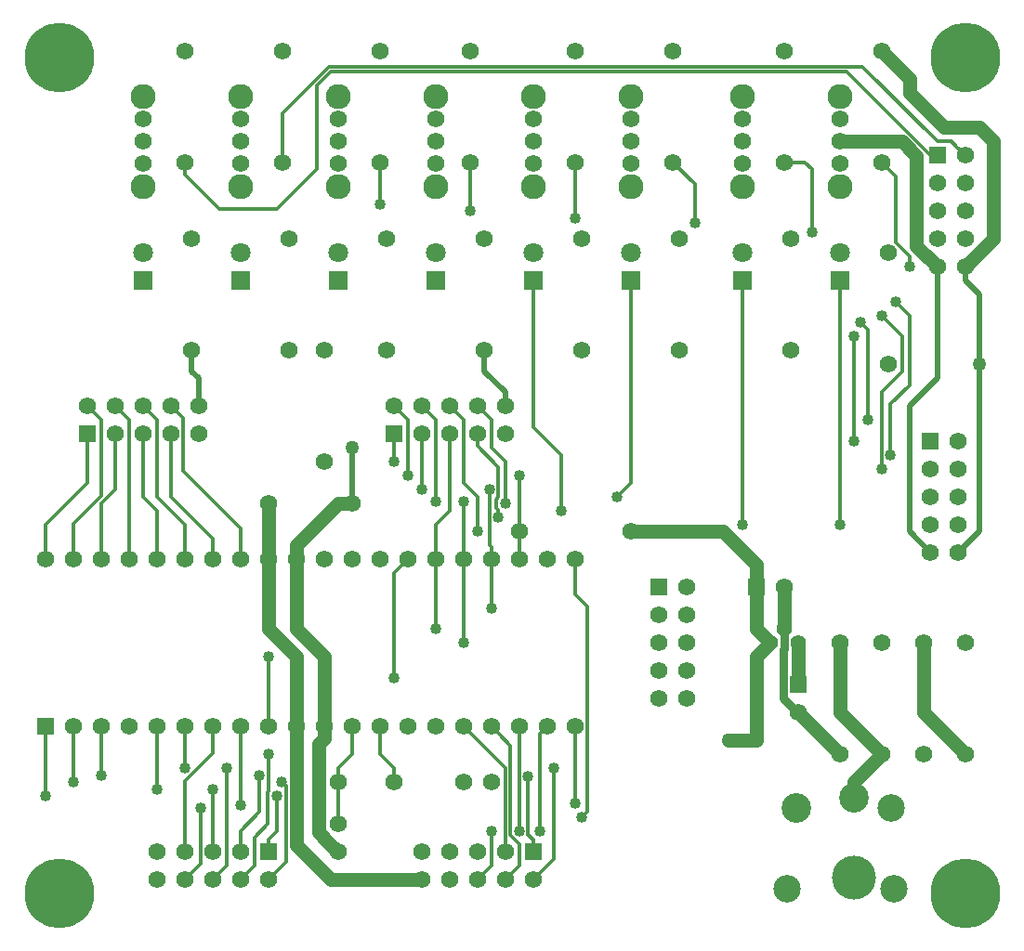
<source format=gbr>
G04 #@! TF.GenerationSoftware,KiCad,Pcbnew,(5.1.2)-2*
G04 #@! TF.CreationDate,2019-07-21T19:38:03-07:00*
G04 #@! TF.ProjectId,300-1002,3330302d-3130-4303-922e-6b696361645f,rev?*
G04 #@! TF.SameCoordinates,Original*
G04 #@! TF.FileFunction,Copper,L2,Bot*
G04 #@! TF.FilePolarity,Positive*
%FSLAX46Y46*%
G04 Gerber Fmt 4.6, Leading zero omitted, Abs format (unit mm)*
G04 Created by KiCad (PCBNEW (5.1.2)-2) date 2019-07-21 19:38:03*
%MOMM*%
%LPD*%
G04 APERTURE LIST*
%ADD10C,1.574800*%
%ADD11C,6.350000*%
%ADD12C,2.500000*%
%ADD13C,4.000000*%
%ADD14C,2.700000*%
%ADD15R,1.574800X1.574800*%
%ADD16R,1.800000X1.800000*%
%ADD17C,1.800000*%
%ADD18C,2.286000*%
%ADD19C,1.397000*%
%ADD20C,1.270000*%
%ADD21C,1.016000*%
%ADD22C,0.304800*%
%ADD23C,1.270000*%
%ADD24C,0.762000*%
%ADD25C,0.508000*%
G04 APERTURE END LIST*
D10*
X115570000Y-83820000D03*
X115570000Y-73660000D03*
X133350000Y-90170000D03*
X143510000Y-90170000D03*
D11*
X91440000Y-123190000D03*
X173990000Y-123190000D03*
X173990000Y-46990000D03*
X91440000Y-46990000D03*
D12*
X167230000Y-115430000D03*
X157730000Y-122730000D03*
X167530000Y-122730000D03*
D13*
X163830000Y-121730000D03*
D14*
X158630000Y-115430000D03*
X163830000Y-114480000D03*
D10*
X116840000Y-116840000D03*
X116840000Y-119380000D03*
X130810000Y-113030000D03*
X128270000Y-113030000D03*
D15*
X158750000Y-104140000D03*
D10*
X158750000Y-106680000D03*
X157480000Y-95250000D03*
D15*
X154940000Y-95250000D03*
D10*
X110490000Y-87630000D03*
X118110000Y-87630000D03*
D16*
X99060000Y-67310000D03*
D17*
X99060000Y-64770000D03*
X107950000Y-64770000D03*
D16*
X107950000Y-67310000D03*
X116840000Y-67310000D03*
D17*
X116840000Y-64770000D03*
X125730000Y-64770000D03*
D16*
X125730000Y-67310000D03*
X134620000Y-67310000D03*
D17*
X134620000Y-64770000D03*
D16*
X143510000Y-67310000D03*
D17*
X143510000Y-64770000D03*
X153670000Y-64770000D03*
D16*
X153670000Y-67310000D03*
D17*
X162560000Y-64770000D03*
D16*
X162560000Y-67310000D03*
D15*
X146050000Y-95250000D03*
D10*
X148590000Y-95250000D03*
X146050000Y-97790000D03*
X148590000Y-97790000D03*
X146050000Y-100330000D03*
X148590000Y-100330000D03*
X146050000Y-102870000D03*
X148590000Y-102870000D03*
X146050000Y-105410000D03*
X148590000Y-105410000D03*
X132080000Y-78740000D03*
X132080000Y-81280000D03*
X129540000Y-78740000D03*
X129540000Y-81280000D03*
X127000000Y-78740000D03*
X127000000Y-81280000D03*
X124460000Y-78740000D03*
X124460000Y-81280000D03*
X121920000Y-78740000D03*
D15*
X121920000Y-81280000D03*
D10*
X104140000Y-78740000D03*
X104140000Y-81280000D03*
X101600000Y-78740000D03*
X101600000Y-81280000D03*
X99060000Y-78740000D03*
X99060000Y-81280000D03*
X96520000Y-78740000D03*
X96520000Y-81280000D03*
X93980000Y-78740000D03*
D15*
X93980000Y-81280000D03*
D10*
X100330000Y-121920000D03*
X100330000Y-119380000D03*
X102870000Y-121920000D03*
X102870000Y-119380000D03*
X105410000Y-121920000D03*
X105410000Y-119380000D03*
X107950000Y-121920000D03*
X107950000Y-119380000D03*
X110490000Y-121920000D03*
D15*
X110490000Y-119380000D03*
X134620000Y-119380000D03*
D10*
X134620000Y-121920000D03*
X132080000Y-119380000D03*
X132080000Y-121920000D03*
X129540000Y-119380000D03*
X129540000Y-121920000D03*
X127000000Y-119380000D03*
X127000000Y-121920000D03*
X124460000Y-119380000D03*
X124460000Y-121920000D03*
D15*
X171450000Y-55880000D03*
D10*
X173990000Y-55880000D03*
X171450000Y-58420000D03*
X173990000Y-58420000D03*
X171450000Y-60960000D03*
X173990000Y-60960000D03*
X171450000Y-63500000D03*
X173990000Y-63500000D03*
X171450000Y-66040000D03*
X173990000Y-66040000D03*
D15*
X170815000Y-81915000D03*
D10*
X173355000Y-81915000D03*
X170815000Y-84455000D03*
X173355000Y-84455000D03*
X170815000Y-86995000D03*
X173355000Y-86995000D03*
X170815000Y-89535000D03*
X173355000Y-89535000D03*
X170815000Y-92075000D03*
X173355000Y-92075000D03*
X102870000Y-56515000D03*
X102870000Y-46355000D03*
X111760000Y-46355000D03*
X111760000Y-56515000D03*
X120650000Y-56515000D03*
X120650000Y-46355000D03*
X128905000Y-46355000D03*
X128905000Y-56515000D03*
X138430000Y-56515000D03*
X138430000Y-46355000D03*
X147320000Y-46355000D03*
X147320000Y-56515000D03*
X157480000Y-56515000D03*
X157480000Y-46355000D03*
X166370000Y-46355000D03*
X166370000Y-56515000D03*
X103505000Y-73660000D03*
X103505000Y-63500000D03*
X112395000Y-63500000D03*
X112395000Y-73660000D03*
X121285000Y-63500000D03*
X121285000Y-73660000D03*
X130175000Y-63500000D03*
X130175000Y-73660000D03*
X139065000Y-63500000D03*
X139065000Y-73660000D03*
X147955000Y-73660000D03*
X147955000Y-63500000D03*
X158115000Y-73660000D03*
X158115000Y-63500000D03*
X167005000Y-74930000D03*
X167005000Y-64770000D03*
X99060000Y-56616600D03*
X99060000Y-54610000D03*
X99060000Y-52603400D03*
D18*
X99060000Y-58724800D03*
X99060000Y-50495200D03*
X107950000Y-50495200D03*
X107950000Y-58724800D03*
D10*
X107950000Y-52603400D03*
X107950000Y-54610000D03*
X107950000Y-56616600D03*
X116840000Y-56616600D03*
X116840000Y-54610000D03*
X116840000Y-52603400D03*
D18*
X116840000Y-58724800D03*
X116840000Y-50495200D03*
X125730000Y-50495200D03*
X125730000Y-58724800D03*
D10*
X125730000Y-52603400D03*
X125730000Y-54610000D03*
X125730000Y-56616600D03*
X134620000Y-56616600D03*
X134620000Y-54610000D03*
X134620000Y-52603400D03*
D18*
X134620000Y-58724800D03*
X134620000Y-50495200D03*
X143510000Y-50495200D03*
X143510000Y-58724800D03*
D10*
X143510000Y-52603400D03*
X143510000Y-54610000D03*
X143510000Y-56616600D03*
X153670000Y-56616600D03*
X153670000Y-54610000D03*
X153670000Y-52603400D03*
D18*
X153670000Y-58724800D03*
X153670000Y-50495200D03*
X162560000Y-50495200D03*
X162560000Y-58724800D03*
D10*
X162560000Y-52603400D03*
X162560000Y-54610000D03*
X162560000Y-56616600D03*
X90170000Y-92710000D03*
D15*
X90170000Y-107950000D03*
D10*
X92710000Y-92710000D03*
X92710000Y-107950000D03*
X95250000Y-92710000D03*
X95250000Y-107950000D03*
X97790000Y-92710000D03*
X97790000Y-107950000D03*
X100330000Y-92710000D03*
X100330000Y-107950000D03*
X102870000Y-92710000D03*
X102870000Y-107950000D03*
X105410000Y-92710000D03*
X105410000Y-107950000D03*
X107950000Y-92710000D03*
X107950000Y-107950000D03*
X110490000Y-92710000D03*
X110490000Y-107950000D03*
X113030000Y-92710000D03*
X113030000Y-107950000D03*
X115570000Y-92710000D03*
X115570000Y-107950000D03*
X118110000Y-92710000D03*
X118110000Y-107950000D03*
X120650000Y-92710000D03*
X120650000Y-107950000D03*
X123190000Y-92710000D03*
X123190000Y-107950000D03*
X125730000Y-92710000D03*
X125730000Y-107950000D03*
X128270000Y-92710000D03*
X128270000Y-107950000D03*
X130810000Y-92710000D03*
X130810000Y-107950000D03*
X133350000Y-92710000D03*
X133350000Y-107950000D03*
X135890000Y-92710000D03*
X135890000Y-107950000D03*
X138430000Y-92710000D03*
X138430000Y-107950000D03*
D19*
X156210000Y-100330000D03*
X157480000Y-99060000D03*
X158750000Y-100330000D03*
D10*
X116840000Y-113030000D03*
X121920000Y-113030000D03*
X166370000Y-100330000D03*
X166370000Y-110490000D03*
X173990000Y-100330000D03*
X173990000Y-110490000D03*
X162560000Y-110490000D03*
X162560000Y-100330000D03*
X170180000Y-110490000D03*
X170180000Y-100330000D03*
D20*
X118110000Y-82550000D03*
X154940000Y-109220000D03*
X152400000Y-109220000D03*
X175260000Y-74930000D03*
D21*
X163830000Y-72390000D03*
X163830000Y-81915000D03*
X164465000Y-71120000D03*
X165100000Y-80010000D03*
X166370000Y-70485000D03*
X166370000Y-84455000D03*
X167640000Y-69215000D03*
X167182810Y-83185000D03*
X137160000Y-88265000D03*
X142240000Y-86995000D03*
X153670000Y-89535000D03*
X162560000Y-89535000D03*
X124460000Y-86360000D03*
X130632190Y-86360000D03*
X130810000Y-97155000D03*
X125730000Y-99060000D03*
X128270000Y-87452190D03*
X125730000Y-87452190D03*
X128270000Y-100330000D03*
X110490000Y-101600000D03*
X129540000Y-90170021D03*
X121920000Y-103505000D03*
X132080000Y-87630000D03*
X131445000Y-88900000D03*
X123190000Y-85090000D03*
X133350000Y-85090000D03*
X121920000Y-83820000D03*
X104317799Y-115392201D03*
X107950000Y-115112810D03*
X106680000Y-111760000D03*
X102870000Y-111760000D03*
X105410000Y-113665000D03*
X100330000Y-113665000D03*
X110490000Y-110490000D03*
X95250000Y-112395000D03*
X109677190Y-112395000D03*
X92710000Y-113030000D03*
X111734590Y-113030000D03*
X90170000Y-114300000D03*
X111277379Y-114300000D03*
X134162810Y-112485979D03*
X136525000Y-111760000D03*
X133350000Y-117475021D03*
X130810000Y-117475000D03*
X135255000Y-117475000D03*
X138430000Y-114935000D03*
X139065000Y-116205000D03*
X120650000Y-60325000D03*
X128905000Y-60985411D03*
X138490044Y-61595021D03*
X149340771Y-62052232D03*
X160020000Y-62865000D03*
X168910000Y-66040000D03*
D22*
X116840000Y-113030000D02*
X116840000Y-111760000D01*
X116840000Y-111760000D02*
X118110000Y-110490000D01*
X118110000Y-110490000D02*
X118110000Y-107950000D01*
X116840000Y-116840000D02*
X116840000Y-113030000D01*
D23*
X157480000Y-95250000D02*
X157480000Y-99060000D01*
D24*
X157962601Y-105892601D02*
X158750000Y-106680000D01*
X157429199Y-105359199D02*
X157962601Y-105892601D01*
X157429199Y-100934015D02*
X157429199Y-105359199D01*
X157480000Y-100883214D02*
X157429199Y-100934015D01*
X157480000Y-99060000D02*
X157480000Y-100883214D01*
D23*
X115570000Y-107950000D02*
X115570000Y-101600000D01*
X113030000Y-99060000D02*
X113030000Y-92710000D01*
X115570000Y-101600000D02*
X113030000Y-99060000D01*
X118110000Y-87630000D02*
X116840000Y-87630000D01*
X113030000Y-91440000D02*
X113030000Y-92710000D01*
X116840000Y-87630000D02*
X113030000Y-91440000D01*
D25*
X118110000Y-87630000D02*
X118110000Y-82550000D01*
X170815000Y-92075000D02*
X168910000Y-90170000D01*
X168910000Y-90170000D02*
X168910000Y-78740000D01*
X168910000Y-78740000D02*
X171450000Y-76200000D01*
X171450000Y-76200000D02*
X171450000Y-66040000D01*
D23*
X116052601Y-118592601D02*
X116840000Y-119380000D01*
X115087409Y-117627409D02*
X116052601Y-118592601D01*
X115570000Y-109063551D02*
X115087409Y-109546142D01*
X115087409Y-109546142D02*
X115087409Y-117627409D01*
X115570000Y-107950000D02*
X115570000Y-109063551D01*
X168215908Y-54610000D02*
X163673551Y-54610000D01*
X163673551Y-54610000D02*
X162560000Y-54610000D01*
X169545000Y-55939092D02*
X168215908Y-54610000D01*
X169545000Y-64135000D02*
X169545000Y-55939092D01*
X171450000Y-66040000D02*
X169545000Y-64135000D01*
X158750000Y-106680000D02*
X162560000Y-110490000D01*
D22*
X121920000Y-113030000D02*
X121920000Y-111760000D01*
X121920000Y-111760000D02*
X120650000Y-110490000D01*
X120650000Y-110490000D02*
X120650000Y-107950000D01*
D23*
X154940000Y-95250000D02*
X154940000Y-99060000D01*
X154940000Y-99060000D02*
X156210000Y-100330000D01*
X154940000Y-101600000D02*
X156210000Y-100330000D01*
X154940000Y-109220000D02*
X154940000Y-101600000D01*
X154940000Y-109220000D02*
X152400000Y-109220000D01*
X110490000Y-99060000D02*
X110490000Y-92710000D01*
X113030000Y-107950000D02*
X113030000Y-101600000D01*
X113030000Y-101600000D02*
X110490000Y-99060000D01*
X110490000Y-92710000D02*
X110490000Y-87630000D01*
D25*
X104140000Y-78740000D02*
X104140000Y-76200000D01*
X103505000Y-75565000D02*
X103505000Y-73660000D01*
X104140000Y-76200000D02*
X103505000Y-75565000D01*
X130175000Y-75565000D02*
X130175000Y-73660000D01*
X132080000Y-78740000D02*
X132080000Y-77470000D01*
X132080000Y-77470000D02*
X130175000Y-75565000D01*
X173990000Y-67310000D02*
X173990000Y-66040000D01*
X175260000Y-68580000D02*
X173990000Y-67310000D01*
X173355000Y-92075000D02*
X175260000Y-90170000D01*
X175260000Y-90170000D02*
X175260000Y-68580000D01*
D23*
X168910000Y-48895000D02*
X166370000Y-46355000D01*
X173990000Y-66040000D02*
X176530000Y-63500000D01*
X176530000Y-54610000D02*
X175260000Y-53340000D01*
X175260000Y-53340000D02*
X172085000Y-53340000D01*
X176530000Y-63500000D02*
X176530000Y-54610000D01*
X172085000Y-53340000D02*
X168910000Y-50165000D01*
X168910000Y-50165000D02*
X168910000Y-48895000D01*
X116205000Y-121920000D02*
X124460000Y-121920000D01*
X113030000Y-107950000D02*
X113030000Y-118745000D01*
X113030000Y-118745000D02*
X116205000Y-121920000D01*
X154940000Y-93192600D02*
X154940000Y-95250000D01*
X151917400Y-90170000D02*
X154940000Y-93192600D01*
X143510000Y-90170000D02*
X151917400Y-90170000D01*
D22*
X163830000Y-72390000D02*
X163830000Y-81915000D01*
X164465000Y-71120000D02*
X165100000Y-71755000D01*
X165100000Y-71755000D02*
X165100000Y-80010000D01*
X166370000Y-70485000D02*
X168275000Y-72390000D01*
X168275000Y-72390000D02*
X168275000Y-75565000D01*
X168275000Y-75565000D02*
X166370000Y-77470000D01*
X166370000Y-77470000D02*
X166370000Y-84455000D01*
X167182810Y-78562190D02*
X167182810Y-82466580D01*
X167640000Y-69215000D02*
X168910000Y-70485000D01*
X167182810Y-82466580D02*
X167182810Y-83185000D01*
X168910000Y-76835000D02*
X167182810Y-78562190D01*
X168910000Y-70485000D02*
X168910000Y-76835000D01*
X134620000Y-67310000D02*
X134620000Y-68514800D01*
X134620000Y-68514800D02*
X134620000Y-80645000D01*
X134620000Y-80645000D02*
X137160000Y-83185000D01*
X137160000Y-83185000D02*
X137160000Y-88265000D01*
X143510000Y-67310000D02*
X143510000Y-85725000D01*
X143510000Y-85725000D02*
X142240000Y-86995000D01*
X153670000Y-67310000D02*
X153670000Y-89535000D01*
X162560000Y-67310000D02*
X162560000Y-89535000D01*
X124460000Y-81280000D02*
X124460000Y-86360000D01*
X130810000Y-92710000D02*
X130810000Y-91596449D01*
X130810000Y-91596449D02*
X130632190Y-91418639D01*
X130632190Y-91418639D02*
X130632190Y-86360000D01*
X130810000Y-97155000D02*
X130810000Y-92710000D01*
X127000000Y-81280000D02*
X127000000Y-88265000D01*
X127000000Y-88265000D02*
X125730000Y-89535000D01*
X125730000Y-89535000D02*
X125730000Y-92710000D01*
X125730000Y-99060000D02*
X125730000Y-92710000D01*
X128270000Y-92710000D02*
X128270000Y-87452190D01*
X125730000Y-80010000D02*
X125730000Y-86733770D01*
X124460000Y-78740000D02*
X125730000Y-80010000D01*
X125730000Y-86733770D02*
X125730000Y-87452190D01*
X128270000Y-100330000D02*
X128270000Y-92710000D01*
X110490000Y-101600000D02*
X110490000Y-107950000D01*
X128270000Y-85725000D02*
X129540000Y-86995000D01*
X129540000Y-89451601D02*
X129540000Y-90170021D01*
X129540000Y-86995000D02*
X129540000Y-89451601D01*
X128270000Y-80010000D02*
X128270000Y-85725000D01*
X127000000Y-78740000D02*
X128270000Y-80010000D01*
X121920000Y-103505000D02*
X121920000Y-93980000D01*
X121920000Y-93980000D02*
X123190000Y-92710000D01*
X129540000Y-78740000D02*
X130327399Y-79527399D01*
X130327399Y-79527399D02*
X130810000Y-80010000D01*
X130810000Y-80010000D02*
X130810000Y-82550000D01*
X132080000Y-83820000D02*
X132080000Y-87630000D01*
X130810000Y-82550000D02*
X132080000Y-83820000D01*
X129540000Y-81280000D02*
X129540000Y-82393551D01*
X131267198Y-88003778D02*
X131445000Y-88181580D01*
X131445000Y-88181580D02*
X131445000Y-88900000D01*
X131445000Y-87062052D02*
X131267198Y-87239854D01*
X131267198Y-87239854D02*
X131267198Y-88003778D01*
X131445000Y-84298551D02*
X131445000Y-87062052D01*
X129540000Y-82393551D02*
X131445000Y-84298551D01*
X121920000Y-78740000D02*
X123190000Y-80010000D01*
X123190000Y-80010000D02*
X123190000Y-85090000D01*
X133350000Y-85090000D02*
X133350000Y-92710000D01*
X133350000Y-90170000D02*
X133350000Y-92710000D01*
X121920000Y-81280000D02*
X121920000Y-83820000D01*
X107950000Y-89890598D02*
X107950000Y-92710000D01*
X102692201Y-84632799D02*
X107950000Y-89890598D01*
X101600000Y-78740000D02*
X102692201Y-79832201D01*
X102692201Y-79832201D02*
X102692201Y-84632799D01*
X101600000Y-81280000D02*
X101600000Y-86995000D01*
X101600000Y-86995000D02*
X105410000Y-90805000D01*
X105410000Y-90805000D02*
X105410000Y-92710000D01*
X102870000Y-89535000D02*
X102870000Y-92710000D01*
X100330000Y-86995000D02*
X102870000Y-89535000D01*
X99060000Y-78740000D02*
X100330000Y-80010000D01*
X100330000Y-80010000D02*
X100330000Y-86995000D01*
X99060000Y-81280000D02*
X99060000Y-86995000D01*
X99060000Y-86995000D02*
X100330000Y-88265000D01*
X100330000Y-88265000D02*
X100330000Y-92710000D01*
X96520000Y-78740000D02*
X97790000Y-80010000D01*
X97790000Y-80010000D02*
X97790000Y-86360000D01*
X97790000Y-86360000D02*
X97790000Y-92710000D01*
X96520000Y-81280000D02*
X96520000Y-86360000D01*
X96520000Y-86360000D02*
X95250000Y-87630000D01*
X95250000Y-87630000D02*
X95250000Y-92710000D01*
X93980000Y-78740000D02*
X95250000Y-80010000D01*
X95250000Y-80010000D02*
X95250000Y-86983408D01*
X95250000Y-86983408D02*
X92710000Y-89523408D01*
X92710000Y-91596449D02*
X92710000Y-92710000D01*
X92710000Y-89523408D02*
X92710000Y-91596449D01*
X93980000Y-81280000D02*
X93980000Y-85725000D01*
X93980000Y-85725000D02*
X90170000Y-89535000D01*
X90170000Y-89535000D02*
X90170000Y-92710000D01*
X102870000Y-121920000D02*
X103657399Y-121132601D01*
X104317799Y-120472201D02*
X104317799Y-115392201D01*
X103657399Y-121132601D02*
X104317799Y-120472201D01*
X107950000Y-107950000D02*
X107950000Y-115112810D01*
X102870000Y-119380000D02*
X102870000Y-112962946D01*
X102870000Y-112962946D02*
X105410000Y-110422946D01*
X105410000Y-109063551D02*
X105410000Y-107950000D01*
X105410000Y-110422946D02*
X105410000Y-109063551D01*
X105410000Y-121920000D02*
X106680000Y-120650000D01*
X106680000Y-120650000D02*
X106680000Y-111760000D01*
X102870000Y-111760000D02*
X102870000Y-107950000D01*
X105410000Y-119380000D02*
X105410000Y-113665000D01*
X100330000Y-113665000D02*
X100330000Y-107950000D01*
X110490000Y-113884433D02*
X110490000Y-111208420D01*
X110490000Y-111208420D02*
X110490000Y-110490000D01*
X109220000Y-118110000D02*
X110464578Y-116865422D01*
X107950000Y-121920000D02*
X109220000Y-120650000D01*
X110464578Y-113909855D02*
X110490000Y-113884433D01*
X110464578Y-116865422D02*
X110464578Y-113909855D01*
X109220000Y-120650000D02*
X109220000Y-118110000D01*
X95250000Y-112395000D02*
X95250000Y-107950000D01*
X109677190Y-113113420D02*
X109677190Y-112395000D01*
X109677190Y-115747810D02*
X109677190Y-113113420D01*
X107950000Y-117475000D02*
X109677190Y-115747810D01*
X107950000Y-119380000D02*
X107950000Y-117475000D01*
X92710000Y-113030000D02*
X92710000Y-107950000D01*
X112090189Y-120319811D02*
X112090189Y-113385599D01*
X110490000Y-121920000D02*
X112090189Y-120319811D01*
X112090189Y-113385599D02*
X111734590Y-113030000D01*
X90170000Y-114300000D02*
X90170000Y-107950000D01*
X110490000Y-119380000D02*
X110490000Y-118287800D01*
X110490000Y-118287800D02*
X111277379Y-117500421D01*
X111277379Y-117500421D02*
X111277379Y-115018420D01*
X111277379Y-115018420D02*
X111277379Y-114300000D01*
X134620000Y-119380000D02*
X134620000Y-118287800D01*
X134162810Y-117830610D02*
X134162810Y-112485979D01*
X134620000Y-118287800D02*
X134162810Y-117830610D01*
X134620000Y-121920000D02*
X135407399Y-121132601D01*
X135407399Y-121132601D02*
X136525000Y-120015000D01*
X136525000Y-120015000D02*
X136525000Y-111760000D01*
X132079988Y-111759988D02*
X129057399Y-108737399D01*
X132080000Y-119380000D02*
X132080000Y-118266449D01*
X129057399Y-108737399D02*
X128270000Y-107950000D01*
X132079988Y-118266437D02*
X132079988Y-111759988D01*
X132080000Y-118266449D02*
X132079988Y-118266437D01*
X132537199Y-109677199D02*
X131597399Y-108737399D01*
X132080000Y-121920000D02*
X133350000Y-120650000D01*
X133350000Y-120650000D02*
X133350000Y-118677969D01*
X131597399Y-108737399D02*
X130810000Y-107950000D01*
X132537198Y-117865167D02*
X132537199Y-109677199D01*
X133350000Y-118677969D02*
X132537198Y-117865167D01*
X133350000Y-107950000D02*
X133350000Y-117475021D01*
X129540000Y-121920000D02*
X130810000Y-120650000D01*
X130810000Y-120650000D02*
X130810000Y-117475000D01*
X135255000Y-108585000D02*
X135890000Y-107950000D01*
X135255000Y-117475000D02*
X135255000Y-108585000D01*
X138430000Y-114935000D02*
X138430000Y-107950000D01*
X139572999Y-115697001D02*
X139572999Y-97027999D01*
X139065000Y-116205000D02*
X139572999Y-115697001D01*
X139572999Y-97027999D02*
X138430000Y-95885000D01*
X138430000Y-95885000D02*
X138430000Y-92710000D01*
X116205000Y-48260000D02*
X163195000Y-48260000D01*
X170815000Y-55880000D02*
X171450000Y-55880000D01*
X114935000Y-49530000D02*
X116205000Y-48260000D01*
X114935000Y-57150000D02*
X114935000Y-49530000D01*
X111281449Y-60803551D02*
X114935000Y-57150000D01*
X106045000Y-60803551D02*
X111281449Y-60803551D01*
X102870000Y-57628551D02*
X106045000Y-60803551D01*
X102870000Y-56515000D02*
X102870000Y-57628551D01*
X163195000Y-48260000D02*
X170815000Y-55880000D01*
X111760000Y-56515000D02*
X111760000Y-52058408D01*
X172720000Y-54610000D02*
X173202601Y-55092601D01*
X173202601Y-55092601D02*
X173990000Y-55880000D01*
X171450000Y-54610000D02*
X172720000Y-54610000D01*
X164642791Y-47802791D02*
X171450000Y-54610000D01*
X116015617Y-47802791D02*
X164642791Y-47802791D01*
X111760000Y-52058408D02*
X116015617Y-47802791D01*
X120650000Y-60325000D02*
X120650000Y-56515000D01*
X128905000Y-56515000D02*
X128905000Y-60985411D01*
X138430000Y-61534977D02*
X138490044Y-61595021D01*
X138430000Y-56515000D02*
X138430000Y-61534977D01*
X149340771Y-61333812D02*
X149340771Y-62052232D01*
X149340771Y-58535771D02*
X149340771Y-61333812D01*
X147320000Y-56515000D02*
X149340771Y-58535771D01*
X160020000Y-62865000D02*
X160020000Y-57150000D01*
X160020000Y-57150000D02*
X159385000Y-56515000D01*
X159385000Y-56515000D02*
X157480000Y-56515000D01*
X168910000Y-65058542D02*
X167640000Y-63788542D01*
X168910000Y-66040000D02*
X168910000Y-65058542D01*
X167640000Y-63788542D02*
X167640000Y-57785000D01*
X167640000Y-57785000D02*
X166370000Y-56515000D01*
D23*
X158750000Y-104140000D02*
X158750000Y-100330000D01*
X162560000Y-106680000D02*
X166370000Y-110490000D01*
X162560000Y-100330000D02*
X162560000Y-106680000D01*
X163830000Y-113030000D02*
X166370000Y-110490000D01*
X163830000Y-114480000D02*
X163830000Y-113030000D01*
X170180000Y-106680000D02*
X173990000Y-110490000D01*
X170180000Y-100330000D02*
X170180000Y-106680000D01*
M02*

</source>
